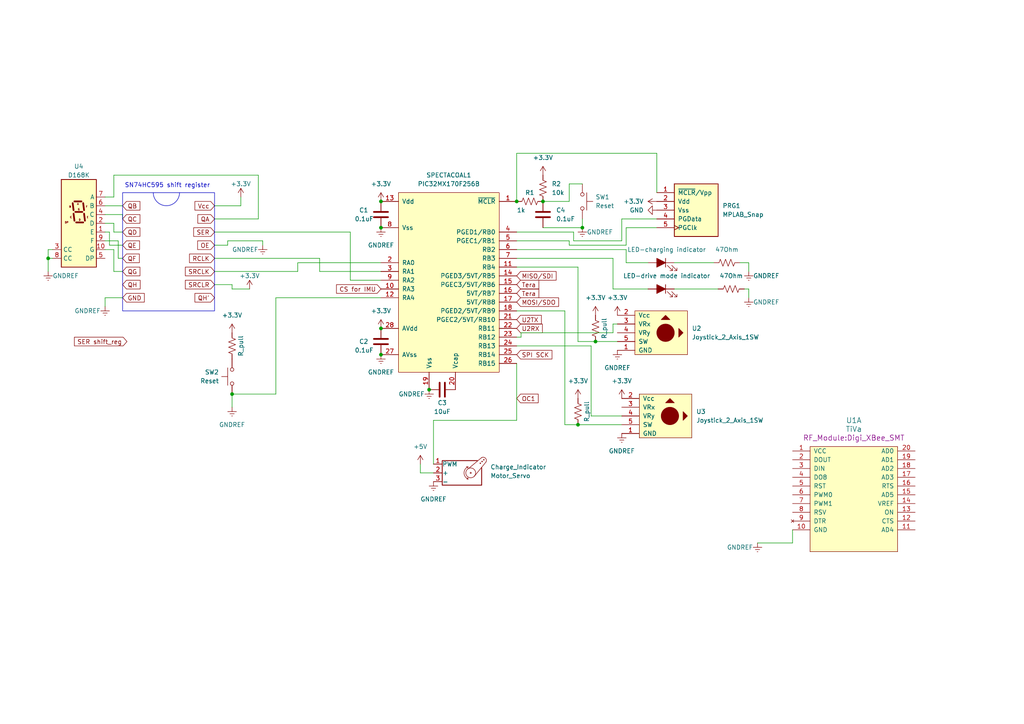
<source format=kicad_sch>
(kicad_sch (version 20230121) (generator eeschema)
  (paper "A4")
  (lib_symbols
    (symbol "Display_Character:D168K"
      (property "Reference" "U" (at -2.54 13.97 0))
      (property "Value" "D168K" (at 1.27 13.97 0))
      (symbol "D168K_0_0"
        (text "A" (at 0.254 5.588 0) (effects (font (size 0.508 0.508))))
        (text "B" (at 2.54 4.826 0) (effects (font (size 0.508 0.508))))
        (text "C" (at 2.286 1.778 0) (effects (font (size 0.508 0.508))))
        (text "D" (at -0.254 1.016 0) (effects (font (size 0.508 0.508))))
        (text "DP" (at 3.556 0.254 0) (effects (font (size 0.508 0.508))))
        (text "E" (at -2.54 1.778 0) (effects (font (size 0.508 0.508))))
        (text "F" (at -2.286 4.826 0) (effects (font (size 0.508 0.508))))
        (text "G" (at 0 4.064 0) (effects (font (size 0.508 0.508))))
      )
      (symbol "D168K_0_1"
        (rectangle (start -5.08 12.7) (end 5.08 -12.7) (stroke (width 0.254)) (fill (type background)))
        (polyline (pts (xy -1.524 2.794) (xy -1.778 0.762)) (stroke (width 0.508)))
        (polyline (pts (xy -1.27 0.254) (xy 0.762 0.254)) (stroke (width 0.508)))
        (polyline (pts (xy -1.27 5.842) (xy -1.524 3.81)) (stroke (width 0.508)))
        (polyline (pts (xy -1.016 3.302) (xy 1.016 3.302)) (stroke (width 0.508)))
        (polyline (pts (xy -0.762 6.35) (xy 1.27 6.35)) (stroke (width 0.508)))
        (polyline (pts (xy 1.524 2.794) (xy 1.27 0.762)) (stroke (width 0.508)))
        (polyline (pts (xy 1.778 5.842) (xy 1.524 3.81)) (stroke (width 0.508)))
        (polyline (pts (xy 2.54 0.254) (xy 2.54 0.254)) (stroke (width 0.508)))
      )
      (symbol "D168K_1_1"
        (pin input line (at -7.62 -2.54 0) (length 2.54) (name "E") (number "1"))
        (pin input line (at -7.62 -7.62 0) (length 2.54) (name "G") (number "10"))
        (pin input line (at -7.62 0 0) (length 2.54) (name "D") (number "2"))
        (pin input line (at 7.62 -7.62 180) (length 2.54) (name "CC") (number "3"))
        (pin input line (at -7.62 2.54 0) (length 2.54) (name "C") (number "4"))
        (pin input line (at -7.62 -10.16 0) (length 2.54) (name "DP") (number "5"))
        (pin input line (at -7.62 5.08 0) (length 2.54) (name "B") (number "6"))
        (pin input line (at -7.62 7.62 0) (length 2.54) (name "A") (number "7"))
        (pin input line (at 7.62 -10.16 180) (length 2.54) (name "CC") (number "8"))
        (pin input line (at -7.62 -5.08 0) (length 2.54) (name "F") (number "9"))
      )
    )
    (symbol "ME218_BaseLib:Cap" (pin_numbers hide) (pin_names (offset 0.254))
      (property "Reference" "C" (at 0.635 2.54 0))
      (property "Value" "Cap" (at 0.635 -2.54 0))
      (symbol "Cap_0_1"
        (polyline (pts (xy -2.032 -0.762) (xy 2.032 -0.762)) (stroke (width 0.508)))
        (polyline (pts (xy -2.032 0.762) (xy 2.032 0.762)) (stroke (width 0.508)))
      )
      (symbol "Cap_1_1"
        (pin passive line (at 0 3.81 270) (length 2.794) (name "~") (number "1"))
        (pin passive line (at 0 -3.81 90) (length 2.794) (name "~") (number "2"))
      )
    )
    (symbol "ME218_BaseLib:Joystick_2_Axis_1SW" (pin_names (offset 1.016))
      (property "Reference" "U" (at -7.62 6.35 0))
      (property "Value" "Joystick_2_Axis_1SW" (at -1.27 -8.89 0))
      (symbol "Joystick_2_Axis_1SW_0_1"
        (rectangle (start -8.89 5.08) (end 6.35 -7.62) (fill (type background)))
        (circle (center 0 -1.27) (radius 2.54) (fill (type outline)))
        (polyline (pts (xy 0 2.54) (xy -1.27 2.54) (xy 0 3.81) (xy 1.27 2.54) (xy 0 2.54)) (fill (type outline)))
        (polyline (pts (xy 3.81 -1.27) (xy 3.81 0) (xy 5.08 -1.27) (xy 3.81 -2.54) (xy 3.81 -1.27)) (fill (type outline)))
      )
      (symbol "Joystick_2_Axis_1SW_1_1"
        (pin power_in line (at -13.97 -6.35 0) (length 5.08) (name "GND") (number "1"))
        (pin power_in line (at -13.97 3.81 0) (length 5.08) (name "Vcc") (number "2"))
        (pin input line (at -13.97 1.27 0) (length 5.08) (name "VRx") (number "3"))
        (pin input line (at -13.97 -1.27 0) (length 5.08) (name "VRy") (number "4"))
        (pin input line (at -13.97 -3.81 0) (length 5.08) (name "SW") (number "5"))
      )
    )
    (symbol "ME218_BaseLib:LED" (pin_numbers hide) (pin_names (offset 1.016) hide)
      (property "Reference" "D" (at 0 2.54 0))
      (property "Value" "LED" (at 0 -2.54 0))
      (symbol "LED_0_1"
        (polyline (pts (xy -1.27 -1.27) (xy -1.27 1.27)) (stroke (width 0.2032)))
        (polyline (pts (xy -1.27 0) (xy 1.27 0)))
        (polyline (pts (xy 1.27 -1.27) (xy 1.27 1.27) (xy -1.27 0) (xy 1.27 -1.27)) (stroke (width 0.2032)) (fill (type outline)))
        (polyline (pts (xy -3.048 -0.762) (xy -4.572 -2.286) (xy -3.81 -2.286) (xy -4.572 -2.286) (xy -4.572 -1.524)))
        (polyline (pts (xy -1.778 -0.762) (xy -3.302 -2.286) (xy -2.54 -2.286) (xy -3.302 -2.286) (xy -3.302 -1.524)))
      )
      (symbol "LED_1_1"
        (pin passive line (at -3.81 0 0) (length 2.54) (name "K") (number "1"))
        (pin passive line (at 3.81 0 180) (length 2.54) (name "A") (number "2"))
      )
    )
    (symbol "ME218_BaseLib:MPLAB_Snap" (pin_names (offset 1.016))
      (property "Reference" "PRG" (at 0 8.89 0))
      (property "Value" "MPLAB_Snap" (at 8.89 1.27 90))
      (symbol "MPLAB_Snap_0_1"
        (rectangle (start -6.35 7.62) (end 6.35 -7.62) (stroke (width 0.254)) (fill (type background)))
      )
      (symbol "MPLAB_Snap_1_1"
        (pin output line (at -11.43 5.08 0) (length 5.08) (name "~{MCLR}/Vpp") (number "1"))
        (pin input line (at -11.43 2.54 0) (length 5.08) (name "Vdd") (number "2"))
        (pin input line (at -11.43 0 0) (length 5.08) (name "Vss") (number "3"))
        (pin bidirectional line (at -11.43 -2.54 0) (length 5.08) (name "PGData") (number "4"))
        (pin output clock (at -11.43 -5.08 0) (length 5.08) (name "PGClk") (number "5"))
        (pin no_connect line (at -2.54 -11.43 0) (length 5.08) hide (name "NC") (number "6"))
        (pin no_connect line (at -2.54 -13.97 0) (length 5.08) hide (name "NC") (number "7"))
        (pin no_connect line (at -2.54 -16.51 0) (length 5.08) hide (name "NC") (number "8"))
      )
    )
    (symbol "ME218_BaseLib:Motor_Servo" (pin_names (offset 0.0254))
      (property "Reference" "M" (at -5.08 4.445 0))
      (property "Value" "Motor_Servo" (at -5.08 -4.064 0))
      (symbol "Motor_Servo_0_1"
        (polyline (pts (xy 2.413 -1.778) (xy 2.032 -1.778)))
        (polyline (pts (xy 2.413 -1.778) (xy 2.286 -1.397)))
        (polyline (pts (xy 2.413 1.778) (xy 1.905 1.778)))
        (polyline (pts (xy 2.413 1.778) (xy 2.286 1.397)))
        (polyline (pts (xy 6.35 4.445) (xy 2.54 1.27)))
        (polyline (pts (xy 7.62 3.175) (xy 4.191 -1.016)))
        (polyline (pts (xy 5.08 3.556) (xy -5.08 3.556) (xy -5.08 -3.556) (xy 6.35 -3.556) (xy 6.35 1.524)) (stroke (width 0.254)))
        (arc (start 2.413 1.778) (mid 1.2406 0) (end 2.413 -1.778))
        (circle (center 3.175 0) (radius 0.1778))
        (circle (center 3.175 0) (radius 1.4224))
        (circle (center 5.969 2.794) (radius 0.127))
        (circle (center 6.477 3.302) (radius 0.127))
        (circle (center 6.985 3.81) (radius 0.127))
        (arc (start 7.62 3.175) (mid 7.4485 4.2735) (end 6.35 4.445))
      )
      (symbol "Motor_Servo_1_1"
        (pin passive line (at -7.62 2.54 0) (length 2.54) (name "PWM") (number "1"))
        (pin passive line (at -7.62 0 0) (length 2.54) (name "+") (number "2"))
        (pin passive line (at -7.62 -2.54 0) (length 2.54) (name "-") (number "3"))
      )
    )
    (symbol "ME218_BaseLib:PIC32MX170F256B" (pin_names (offset 1.016))
      (property "Reference" "U" (at -20.32 25.4 0))
      (property "Value" "PIC32MX170F256B" (at -7.62 25.4 0))
      (symbol "PIC32MX170F256B_0_1"
        (rectangle (start -21.59 24.13) (end 7.62 -27.94) (fill (type background)))
      )
      (symbol "PIC32MX170F256B_1_1"
        (pin input line (at 12.7 21.59 180) (length 5.08) (name "~{MCLR}") (number "1"))
        (pin bidirectional line (at -26.67 -3.81 0) (length 5.08) (name "RA3") (number "10"))
        (pin bidirectional line (at 12.7 2.54 180) (length 5.08) (name "RB4") (number "11"))
        (pin bidirectional line (at -26.67 -6.35 0) (length 5.08) (name "RA4") (number "12"))
        (pin power_in line (at -26.67 21.59 0) (length 5.08) (name "Vdd") (number "13"))
        (pin bidirectional line (at 12.7 0 180) (length 5.08) (name "PGED3/5VT/RB5") (number "14"))
        (pin bidirectional line (at 12.7 -2.54 180) (length 5.08) (name "PGEC3/5VT/RB6") (number "15"))
        (pin bidirectional line (at 12.7 -5.08 180) (length 5.08) (name "5VT/RB7") (number "16"))
        (pin bidirectional line (at 12.7 -7.62 180) (length 5.08) (name "5VT/RB8") (number "17"))
        (pin bidirectional line (at 12.7 -10.16 180) (length 5.08) (name "PGED2/5VT/RB9") (number "18"))
        (pin power_in line (at -12.7 -33.02 90) (length 5.08) (name "Vss") (number "19"))
        (pin bidirectional line (at -26.67 3.81 0) (length 5.08) (name "RA0") (number "2"))
        (pin input line (at -5.08 -33.02 90) (length 5.08) (name "Vcap") (number "20"))
        (pin bidirectional line (at 12.7 -12.7 180) (length 5.08) (name "PGEC2/5VT/RB10") (number "21"))
        (pin bidirectional line (at 12.7 -15.24 180) (length 5.08) (name "RB11") (number "22"))
        (pin bidirectional line (at 12.7 -17.78 180) (length 5.08) (name "RB12") (number "23"))
        (pin bidirectional line (at 12.7 -20.32 180) (length 5.08) (name "RB13") (number "24"))
        (pin bidirectional line (at 12.7 -22.86 180) (length 5.08) (name "RB14") (number "25"))
        (pin bidirectional line (at 12.7 -25.4 180) (length 5.08) (name "RB15") (number "26"))
        (pin power_in line (at -26.67 -22.86 0) (length 5.08) (name "AVss") (number "27"))
        (pin power_in line (at -26.67 -15.24 0) (length 5.08) (name "AVdd") (number "28"))
        (pin bidirectional line (at -26.67 1.27 0) (length 5.08) (name "RA1") (number "3"))
        (pin bidirectional line (at 12.7 12.7 180) (length 5.08) (name "PGED1/RB0") (number "4"))
        (pin bidirectional line (at 12.7 10.16 180) (length 5.08) (name "PGEC1/RB1") (number "5"))
        (pin bidirectional line (at 12.7 7.62 180) (length 5.08) (name "RB2") (number "6"))
        (pin bidirectional line (at 12.7 5.08 180) (length 5.08) (name "RB3") (number "7"))
        (pin power_in line (at -26.67 13.97 0) (length 5.08) (name "Vss") (number "8"))
        (pin bidirectional line (at -26.67 -1.27 0) (length 5.08) (name "RA2") (number "9"))
      )
    )
    (symbol "ME218_BaseLib:Res1" (pin_numbers hide) (pin_names (offset 0))
      (property "Reference" "R" (at 2.54 0 90))
      (property "Value" "Res1" (at -2.54 0 90))
      (symbol "Res1_0_1"
        (polyline (pts (xy 0 -2.286) (xy 0 -2.54)))
        (polyline (pts (xy 0 2.286) (xy 0 2.54)))
        (polyline (pts (xy 0 -0.762) (xy 1.016 -1.143) (xy 0 -1.524) (xy -1.016 -1.905) (xy 0 -2.286)))
        (polyline (pts (xy 0 0.762) (xy 1.016 0.381) (xy 0 0) (xy -1.016 -0.381) (xy 0 -0.762)))
        (polyline (pts (xy 0 2.286) (xy 1.016 1.905) (xy 0 1.524) (xy -1.016 1.143) (xy 0 0.762)))
      )
      (symbol "Res1_1_1"
        (pin passive line (at 0 3.81 270) (length 1.27) (name "~") (number "1"))
        (pin passive line (at 0 -3.81 90) (length 1.27) (name "~") (number "2"))
      )
    )
    (symbol "ME218_BaseLib:SW-PB" (pin_numbers hide) (pin_names (offset 1.016) hide)
      (property "Reference" "SW" (at 1.27 2.54 0))
      (property "Value" "SW-PB" (at 0 -1.524 0))
      (symbol "SW-PB_0_1"
        (circle (center -2.032 0) (radius 0.508))
        (polyline (pts (xy 0 1.27) (xy 0 3.048)))
        (polyline (pts (xy 2.54 1.27) (xy -2.54 1.27)))
        (circle (center 2.032 0) (radius 0.508))
        (pin passive line (at -5.08 0 0) (length 2.54) (name "1") (number "1"))
        (pin passive line (at 5.08 0 180) (length 2.54) (name "2") (number "2"))
      )
    )
    (symbol "TiVa_1" (pin_names (offset 1.016))
      (property "Reference" "U3" (at 0 24.13 0))
      (property "Value" "TiVa" (at 0 21.59 0))
      (property "Footprint" "RF_Module:Digi_XBee_SMT" (at 0 19.05 0))
      (symbol "TiVa_1_0_1"
        (rectangle (start -12.7 16.51) (end 12.7 -13.97) (fill (type background)))
      )
      (symbol "TiVa_1_1_1"
        (pin tri_state line (at -17.78 15.24 0) (length 5.08) (name "VCC") (number "1"))
        (pin power_out line (at -17.78 -7.62 0) (length 5.08) (name "GND") (number "10"))
        (pin tri_state line (at 17.78 -7.62 180) (length 5.08) (name "AD4") (number "11"))
        (pin tri_state line (at 17.78 -5.08 180) (length 5.08) (name "CTS") (number "12"))
        (pin tri_state line (at 17.78 -2.54 180) (length 5.08) (name "ON") (number "13"))
        (pin tri_state line (at 17.78 0 180) (length 5.08) (name "VREF") (number "14"))
        (pin tri_state line (at 17.78 2.54 180) (length 5.08) (name "AD5") (number "15"))
        (pin tri_state line (at 17.78 5.08 180) (length 5.08) (name "RTS") (number "16"))
        (pin tri_state line (at 17.78 7.62 180) (length 5.08) (name "AD3") (number "17"))
        (pin tri_state line (at 17.78 10.16 180) (length 5.08) (name "AD2") (number "18"))
        (pin tri_state line (at 17.78 12.7 180) (length 5.08) (name "AD1") (number "19"))
        (pin tri_state line (at -17.78 12.7 0) (length 5.08) (name "DOUT") (number "2"))
        (pin tri_state line (at 17.78 15.24 180) (length 5.08) (name "AD0") (number "20"))
        (pin tri_state line (at -17.78 10.16 0) (length 5.08) (name "DIN") (number "3"))
        (pin tri_state line (at -17.78 7.62 0) (length 5.08) (name "DO8") (number "4"))
        (pin tri_state line (at -17.78 5.08 0) (length 5.08) (name "RST") (number "5"))
        (pin tri_state line (at -17.78 2.54 0) (length 5.08) (name "PWM0") (number "6"))
        (pin tri_state line (at -17.78 0 0) (length 5.08) (name "PWM1") (number "7"))
        (pin tri_state line (at -17.78 -2.54 0) (length 5.08) (name "RSV") (number "8"))
        (pin no_connect line (at -17.78 -5.08 0) (length 5.08) (name "DTR") (number "9"))
      )
      (symbol "TiVa_1_2_1"
        (pin no_connect line (at -17.78 15.24 0) (length 5.08) (name "NC") (number "1"))
        (pin power_out line (at -17.78 -7.62 0) (length 5.08) (name "PF3") (number "10"))
        (pin tri_state line (at -17.78 -10.16 0) (length 5.08) (name "PF2") (number "11"))
        (pin no_connect line (at -17.78 -12.7 0) (length 5.08) (name "NC") (number "12"))
        (pin no_connect line (at 17.78 -12.7 180) (length 5.08) (name "NC") (number "13"))
        (pin tri_state line (at 17.78 -10.16 180) (length 5.08) (name "PF1") (number "14"))
        (pin tri_state line (at 17.78 -7.62 180) (length 5.08) (name "PF0") (number "15"))
        (pin tri_state line (at 17.78 -5.08 180) (length 5.08) (name "PD7") (number "16"))
        (pin tri_state line (at 17.78 -2.54 180) (length 5.08) (name "PD6") (number "17"))
        (pin no_connect line (at 17.78 0 180) (length 5.08) (name "NC") (number "18"))
        (pin no_connect line (at 17.78 2.54 180) (length 5.08) (name "NC") (number "19"))
        (pin power_in line (at -17.78 12.7 0) (length 5.08) (name "GND") (number "2"))
        (pin no_connect line (at 17.78 15.24 180) (length 5.08) (name "NC") (number "20"))
        (pin tri_state line (at 17.78 5.08 180) (length 5.08) (name "PD3") (number "20"))
        (pin tri_state line (at 17.78 7.62 180) (length 5.08) (name "PD2") (number "21"))
        (pin tri_state line (at 17.78 10.16 180) (length 5.08) (name "PD1") (number "22"))
        (pin tri_state line (at 17.78 12.7 180) (length 5.08) (name "PD0") (number "23"))
        (pin tri_state line (at -17.78 10.16 0) (length 5.08) (name "PE0") (number "3"))
        (pin tri_state line (at -17.78 7.62 0) (length 5.08) (name "PE1") (number "4"))
        (pin tri_state line (at -17.78 5.08 0) (length 5.08) (name "PE2") (number "5"))
        (pin tri_state line (at -17.78 2.54 0) (length 5.08) (name "PE3") (number "6"))
        (pin tri_state line (at -17.78 0 0) (length 5.08) (name "PE4") (number "7"))
        (pin tri_state line (at -17.78 -2.54 0) (length 5.08) (name "PE5") (number "8"))
        (pin tri_state line (at -17.78 -5.08 0) (length 5.08) (name "PF4") (number "9"))
      )
    )
    (symbol "power:+3.3V" (power) (pin_names (offset 0))
      (property "Value" "+3.3V" (at 0 3.556 0))
      (symbol "+3.3V_0_1"
        (polyline (pts (xy -0.762 1.27) (xy 0 2.54)))
        (polyline (pts (xy 0 0) (xy 0 2.54)))
        (polyline (pts (xy 0 2.54) (xy 0.762 1.27)))
      )
      (symbol "+3.3V_1_1"
        (pin power_in line (at 0 0 90) (length 0) hide (name "+3.3V") (number "1"))
      )
    )
    (symbol "power:+5V" (power) (pin_names (offset 0))
      (property "Value" "+5V" (at 0 3.556 0))
      (symbol "+5V_0_1"
        (polyline (pts (xy -0.762 1.27) (xy 0 2.54)))
        (polyline (pts (xy 0 0) (xy 0 2.54)))
        (polyline (pts (xy 0 2.54) (xy 0.762 1.27)))
      )
      (symbol "+5V_1_1"
        (pin power_in line (at 0 0 90) (length 0) hide (name "+5V") (number "1"))
      )
    )
    (symbol "power:GND" (power) (pin_names (offset 0))
      (property "Value" "GND" (at 0 -3.81 0))
      (symbol "GND_0_1"
        (polyline (pts (xy 0 0) (xy 0 -1.27) (xy 1.27 -1.27) (xy 0 -2.54) (xy -1.27 -1.27) (xy 0 -1.27)))
      )
      (symbol "GND_1_1"
        (pin power_in line (at 0 0 270) (length 0) hide (name "GND") (number "1"))
      )
    )
    (symbol "power:GNDREF" (power) (pin_names (offset 0))
      (property "Value" "GNDREF" (at 0 -3.81 0))
      (symbol "GNDREF_0_1"
        (polyline (pts (xy -0.635 -1.905) (xy 0.635 -1.905)))
        (polyline (pts (xy -0.127 -2.54) (xy 0.127 -2.54)))
        (polyline (pts (xy 0 -1.27) (xy 0 0)))
        (polyline (pts (xy 1.27 -1.27) (xy -1.27 -1.27)))
      )
      (symbol "GNDREF_1_1"
        (pin power_in line (at 0 0 270) (length 0) hide (name "GNDREF") (number "1"))
      )
    )
  )
  (junction (at 110.49 95.25))
  (junction (at 172.72 99.06))
  (junction (at 167.64 123.19))
  (junction (at 149.86 58.42))
  (junction (at 110.49 102.87))
  (junction (at 110.49 66.04))
  (junction (at 124.46 113.03))
  (junction (at 110.49 58.42))
  (junction (at 168.91 66.04))
  (junction (at 67.31 114.3))
  (junction (at 157.48 58.42))
  (junction (at 13.97 74.93))
  (wire (pts (xy 34.29 74.93) (xy 35.56 74.93)))
  (wire (pts (xy 171.45 100.33) (xy 171.45 120.65)))
  (wire (pts (xy 31.75 67.31) (xy 31.75 71.12)))
  (wire (pts (xy 35.56 62.23) (xy 35.56 63.5)))
  (wire (pts (xy 181.61 71.12) (xy 181.61 66.04)))
  (wire (pts (xy 172.72 99.06) (xy 167.64 99.06)))
  (wire (pts (xy 30.48 69.85) (xy 34.29 69.85)))
  (wire (pts (xy 167.64 123.19) (xy 163.83 123.19)))
  (wire (pts (xy 33.02 67.31) (xy 35.56 67.31)))
  (wire (pts (xy 180.34 123.19) (xy 167.64 123.19)))
  (wire (pts (xy 125.73 121.92) (xy 125.73 134.62)))
  (wire (pts (xy 67.31 82.55) (xy 67.31 83.82)))
  (wire (pts (xy 74.93 63.5) (xy 62.23 63.5)))
  (wire (pts (xy 157.48 58.42) (xy 165.1 58.42)))
  (wire (pts (xy 151.13 96.52) (xy 177.8 96.52)))
  (wire (pts (xy 30.48 62.23) (xy 35.56 62.23)))
  (wire (pts (xy 92.71 74.93) (xy 92.71 78.74)))
  (wire (pts (xy 67.31 83.82) (xy 72.39 83.82)))
  (wire (pts (xy 101.6 81.28) (xy 110.49 81.28)))
  (wire (pts (xy 166.37 67.31) (xy 166.37 69.85)))
  (wire (pts (xy 163.83 90.17) (xy 149.86 90.17)))
  (wire (pts (xy 69.85 59.69) (xy 69.85 57.15)))
  (wire (pts (xy 62.23 78.74) (xy 86.36 78.74)))
  (wire (pts (xy 229.87 153.67) (xy 229.87 157.48)))
  (wire (pts (xy 67.31 114.3) (xy 80.01 114.3)))
  (wire (pts (xy 92.71 78.74) (xy 110.49 78.74)))
  (wire (pts (xy 208.28 83.82) (xy 195.58 83.82)))
  (wire (pts (xy 229.87 157.48) (xy 219.71 157.48)))
  (wire (pts (xy 62.23 67.31) (xy 101.6 67.31)))
  (wire (pts (xy 33.02 57.15) (xy 33.02 50.8)))
  (wire (pts (xy 149.86 44.45) (xy 190.5 44.45)))
  (wire (pts (xy 151.13 96.52) (xy 151.13 97.79)))
  (wire (pts (xy 30.48 72.39) (xy 33.02 72.39)))
  (wire (pts (xy 34.29 69.85) (xy 34.29 74.93)))
  (wire (pts (xy 33.02 50.8) (xy 74.93 50.8)))
  (wire (pts (xy 181.61 76.2) (xy 181.61 72.39)))
  (wire (pts (xy 67.31 114.3) (xy 67.31 118.11)))
  (wire (pts (xy 86.36 78.74) (xy 86.36 76.2)))
  (wire (pts (xy 177.8 83.82) (xy 187.96 83.82)))
  (wire (pts (xy 30.48 59.69) (xy 35.56 59.69)))
  (wire (pts (xy 62.23 59.69) (xy 69.85 59.69)))
  (wire (pts (xy 13.97 72.39) (xy 13.97 74.93)))
  (wire (pts (xy 74.93 50.8) (xy 74.93 63.5)))
  (wire (pts (xy 30.48 67.31) (xy 31.75 67.31)))
  (wire (pts (xy 76.2 69.85) (xy 76.2 71.12)))
  (wire (pts (xy 187.96 76.2) (xy 181.61 76.2)))
  (wire (pts (xy 177.8 74.93) (xy 177.8 83.82)))
  (wire (pts (xy 167.64 77.47) (xy 149.86 77.47)))
  (wire (pts (xy 149.86 69.85) (xy 165.1 69.85)))
  (wire (pts (xy 80.01 114.3) (xy 80.01 86.36)))
  (wire (pts (xy 177.8 93.98) (xy 179.07 93.98)))
  (wire (pts (xy 33.02 64.77) (xy 33.02 67.31)))
  (wire (pts (xy 163.83 123.19) (xy 163.83 90.17)))
  (wire (pts (xy 62.23 71.12) (xy 66.04 71.12)))
  (wire (pts (xy 166.37 69.85) (xy 180.34 69.85)))
  (wire (pts (xy 180.34 69.85) (xy 180.34 63.5)))
  (wire (pts (xy 217.17 76.2) (xy 214.63 76.2)))
  (wire (pts (xy 149.86 100.33) (xy 171.45 100.33)))
  (wire (pts (xy 62.23 74.93) (xy 92.71 74.93)))
  (wire (pts (xy 13.97 74.93) (xy 13.97 78.74)))
  (wire (pts (xy 66.04 69.85) (xy 76.2 69.85)))
  (wire (pts (xy 179.07 99.06) (xy 172.72 99.06)))
  (wire (pts (xy 168.91 63.5) (xy 168.91 66.04)))
  (wire (pts (xy 31.75 71.12) (xy 35.56 71.12)))
  (wire (pts (xy 217.17 83.82) (xy 215.9 83.82)))
  (wire (pts (xy 165.1 69.85) (xy 165.1 71.12)))
  (wire (pts (xy 181.61 72.39) (xy 149.86 72.39)))
  (wire (pts (xy 165.1 53.34) (xy 168.91 53.34)))
  (wire (pts (xy 167.64 99.06) (xy 167.64 77.47)))
  (wire (pts (xy 15.24 74.93) (xy 13.97 74.93)))
  (wire (pts (xy 149.86 74.93) (xy 177.8 74.93)))
  (wire (pts (xy 66.04 71.12) (xy 66.04 69.85)))
  (wire (pts (xy 181.61 66.04) (xy 190.5 66.04)))
  (wire (pts (xy 15.24 72.39) (xy 13.97 72.39)))
  (wire (pts (xy 157.48 66.04) (xy 168.91 66.04)))
  (wire (pts (xy 149.86 121.92) (xy 125.73 121.92)))
  (wire (pts (xy 151.13 97.79) (xy 149.86 97.79)))
  (wire (pts (xy 121.92 137.16) (xy 125.73 137.16)))
  (wire (pts (xy 149.86 105.41) (xy 149.86 121.92)))
  (wire (pts (xy 165.1 58.42) (xy 165.1 53.34)))
  (wire (pts (xy 149.86 58.42) (xy 149.86 44.45)))
  (wire (pts (xy 190.5 44.45) (xy 190.5 55.88)))
  (wire (pts (xy 217.17 76.2) (xy 217.17 78.74)))
  (wire (pts (xy 165.1 71.12) (xy 181.61 71.12)))
  (wire (pts (xy 33.02 78.74) (xy 35.56 78.74)))
  (wire (pts (xy 62.23 82.55) (xy 67.31 82.55)))
  (wire (pts (xy 80.01 86.36) (xy 110.49 86.36)))
  (wire (pts (xy 149.86 67.31) (xy 166.37 67.31)))
  (wire (pts (xy 121.92 134.62) (xy 121.92 137.16)))
  (wire (pts (xy 86.36 76.2) (xy 110.49 76.2)))
  (wire (pts (xy 171.45 120.65) (xy 180.34 120.65)))
  (wire (pts (xy 180.34 63.5) (xy 190.5 63.5)))
  (wire (pts (xy 30.48 64.77) (xy 33.02 64.77)))
  (wire (pts (xy 207.01 76.2) (xy 195.58 76.2)))
  (wire (pts (xy 30.48 88.9) (xy 30.48 86.36)))
  (wire (pts (xy 217.17 83.82) (xy 217.17 86.36)))
  (wire (pts (xy 101.6 67.31) (xy 101.6 81.28)))
  (wire (pts (xy 30.48 57.15) (xy 33.02 57.15)))
  (wire (pts (xy 33.02 72.39) (xy 33.02 78.74)))
  (wire (pts (xy 177.8 96.52) (xy 177.8 93.98)))
  (wire (pts (xy 30.48 86.36) (xy 35.56 86.36)))
  (arc (start 52.07 55.88) (mid 48.26 59.6625) (end 44.45 55.88))
  (rectangle (start 35.56 55.88) (end 62.23 90.17))
  (text "SN74HC595 shift register" (at 60.96 54.61 0) (effects (font (size 1.27 1.27)) (justify right bottom)))
  (global_label "QE" (shape input) (at 35.56 71.12 0) (property "Intersheetrefs" "${INTERSHEET_REFS}" (effects hide)))
  (global_label "OC1" (shape input) (at 149.86 115.57 0) (property "Intersheetrefs" "${INTERSHEET_REFS}" (effects hide)))
  (global_label "CS for IMU" (shape input) (at 110.49 83.82 180) (property "Intersheetrefs" "${INTERSHEET_REFS}" (effects hide)))
  (global_label "SER shift_reg" (shape input) (at 36.83 99.06 180) (property "Intersheetrefs" "${INTERSHEET_REFS}" (effects hide)))
  (global_label "GND" (shape input) (at 35.56 86.36 0) (property "Intersheetrefs" "${INTERSHEET_REFS}" (effects hide)))
  (global_label "SRCLR" (shape input) (at 62.23 82.55 180) (property "Intersheetrefs" "${INTERSHEET_REFS}" (effects hide)))
  (global_label "Vcc" (shape input) (at 62.23 59.69 180) (property "Intersheetrefs" "${INTERSHEET_REFS}" (effects hide)))
  (global_label "Tera" (shape input) (at 149.86 85.09 0) (property "Intersheetrefs" "${INTERSHEET_REFS}" (effects hide)))
  (global_label "QC" (shape input) (at 35.56 63.5 0) (property "Intersheetrefs" "${INTERSHEET_REFS}" (effects hide)))
  (global_label "SPI SCK" (shape input) (at 149.86 102.87 0) (property "Intersheetrefs" "${INTERSHEET_REFS}" (effects hide)))
  (global_label "SRCLK" (shape input) (at 62.23 78.74 180) (property "Intersheetrefs" "${INTERSHEET_REFS}" (effects hide)))
  (global_label "QH'" (shape input) (at 62.23 86.36 180) (property "Intersheetrefs" "${INTERSHEET_REFS}" (effects hide)))
  (global_label "SER" (shape input) (at 62.23 67.31 180) (property "Intersheetrefs" "${INTERSHEET_REFS}" (effects hide)))
  (global_label "QA" (shape input) (at 62.23 63.5 180) (property "Intersheetrefs" "${INTERSHEET_REFS}" (effects hide)))
  (global_label "QB" (shape input) (at 35.56 59.69 0) (property "Intersheetrefs" "${INTERSHEET_REFS}" (effects hide)))
  (global_label "U2TX" (shape input) (at 149.86 92.71 0) (property "Intersheetrefs" "${INTERSHEET_REFS}" (effects hide)))
  (global_label "QH" (shape input) (at 35.56 82.55 0) (property "Intersheetrefs" "${INTERSHEET_REFS}" (effects hide)))
  (global_label "RCLK" (shape input) (at 62.23 74.93 180) (property "Intersheetrefs" "${INTERSHEET_REFS}" (effects hide)))
  (global_label "QF" (shape input) (at 35.56 74.93 0) (property "Intersheetrefs" "${INTERSHEET_REFS}" (effects hide)))
  (global_label "OE" (shape input) (at 62.23 71.12 180) (property "Intersheetrefs" "${INTERSHEET_REFS}" (effects hide)))
  (global_label "QG" (shape input) (at 35.56 78.74 0) (property "Intersheetrefs" "${INTERSHEET_REFS}" (effects hide)))
  (global_label "U2RX" (shape input) (at 149.86 95.25 0) (property "Intersheetrefs" "${INTERSHEET_REFS}" (effects hide)))
  (global_label "Tera" (shape input) (at 149.86 82.55 0) (property "Intersheetrefs" "${INTERSHEET_REFS}" (effects hide)))
  (global_label "MISO{slash}SDI" (shape input) (at 149.86 80.01 0) (property "Intersheetrefs" "${INTERSHEET_REFS}" (effects hide)))
  (global_label "MOSI{slash}SDO" (shape input) (at 149.86 87.63 0) (property "Intersheetrefs" "${INTERSHEET_REFS}" (effects hide)))
  (global_label "QD" (shape input) (at 35.56 67.31 0) (property "Intersheetrefs" "${INTERSHEET_REFS}" (effects hide)))
  (symbol (lib_id "power:+5V") (at 121.92 134.62 0) (unit 1)
    (property "Reference" "#PWR015" (effects hide))
    (property "Value" "+5V" (at 121.92 129.54 0))
  )
  (symbol (lib_id "ME218_BaseLib:PIC32MX170F256B") (at 137.16 80.01 0) (unit 1)
    (property "Reference" "SPECTACOAL1" (at 130.175 50.8 0))
    (property "Value" "PIC32MX170F256B" (at 130.175 53.34 0))
  )
  (symbol (lib_id "ME218_BaseLib:LED") (at 191.77 76.2 0) (mirror y) (unit 1)
    (property "Reference" "D1" (effects hide))
    (property "Value" "LED-charging indicator" (at 193.3702 72.39 0))
  )
  (symbol (lib_id "power:+3.3V") (at 180.34 115.57 0) (unit 1)
    (property "Reference" "#PWR013" (effects hide))
    (property "Value" "+3.3V" (at 180.34 110.49 0))
  )
  (symbol (lib_id "Display_Character:D168K") (at 22.86 64.77 0) (mirror y) (unit 1)
    (property "Reference" "U4" (at 22.86 48.26 0))
    (property "Value" "D168K" (at 22.86 50.8 0))
    (property "Footprint" "Display_7Segment:D1X8K" (effects hide))
    (property "Datasheet" "https://ia800903.us.archive.org/24/items/CTKD1x8K/Cromatek%20D168K.pdf" (effects hide))
  )
  (symbol (lib_id "power:+3.3V") (at 110.49 95.25 0) (unit 1)
    (property "Reference" "#PWR03" (effects hide))
    (property "Value" "+3.3V" (at 110.49 90.17 0))
  )
  (symbol (lib_id "ME218_BaseLib:Joystick_2_Axis_1SW") (at 194.31 119.38 0) (unit 1)
    (property "Reference" "U3" (at 201.93 119.38 0) (effects (justify left)))
    (property "Value" "Joystick_2_Axis_1SW" (at 201.93 121.92 0) (effects (justify left)))
  )
  (symbol (lib_name "TiVa_1") (lib_id "ME218_BaseLib:TiVa") (at 247.65 146.05 0) (unit 1)
    (property "Reference" "U1" (at 247.65 121.92 0) (effects (font (size 1.524 1.524))))
    (property "Value" "TiVa" (at 247.65 124.46 0) (effects (font (size 1.524 1.524))))
    (property "Footprint" "RF_Module:Digi_XBee_SMT" (at 247.65 127 0) (effects (font (size 1.524 1.524))))
  )
  (symbol (lib_id "ME218_BaseLib:Motor_Servo") (at 133.35 137.16 0) (unit 1)
    (property "Reference" "Charge_Indicator" (at 142.24 135.4566 0) (effects (justify left)))
    (property "Value" "Motor_Servo" (at 142.24 137.9966 0) (effects (justify left)))
  )
  (symbol (lib_id "power:GND") (at 190.5 60.96 270) (unit 1)
    (property "Reference" "#PWR09" (effects hide))
    (property "Value" "GND" (at 186.69 60.96 90) (effects (justify right)))
  )
  (symbol (lib_id "ME218_BaseLib:Res1") (at 157.48 54.61 0) (unit 1)
    (property "Reference" "R2" (at 160.02 53.34 0) (effects (justify left)))
    (property "Value" "10k" (at 160.02 55.88 0) (effects (justify left)))
  )
  (symbol (lib_id "power:+3.3V") (at 172.72 91.44 0) (unit 1)
    (property "Reference" "#PWR027" (effects hide))
    (property "Value" "+3.3V" (at 172.72 86.36 0))
  )
  (symbol (lib_id "power:GNDREF") (at 124.46 113.03 0) (unit 1)
    (property "Reference" "#PWR05" (effects hide))
    (property "Value" "GNDREF" (at 119.38 114.3 0))
  )
  (symbol (lib_id "ME218_BaseLib:Res1") (at 210.82 76.2 90) (unit 1)
    (property "Reference" "R4" (effects hide))
    (property "Value" "47Ohm" (at 210.82 72.39 90))
  )
  (symbol (lib_id "ME218_BaseLib:Cap") (at 128.27 113.03 90) (unit 1)
    (property "Reference" "C3" (at 128.27 116.84 90))
    (property "Value" "10uF" (at 128.27 119.38 90))
  )
  (symbol (lib_id "power:GNDREF") (at 168.91 66.04 0) (unit 1)
    (property "Reference" "#PWR07" (effects hide))
    (property "Value" "GNDREF" (at 173.99 67.31 0))
  )
  (symbol (lib_id "power:GNDREF") (at 67.31 118.11 0) (unit 1)
    (property "Reference" "#PWR018" (effects hide))
    (property "Value" "GNDREF" (at 67.31 123.19 0))
  )
  (symbol (lib_id "ME218_BaseLib:Cap") (at 110.49 62.23 0) (unit 1)
    (property "Reference" "C1" (at 104.14 60.96 0) (effects (justify left)))
    (property "Value" "0.1uF" (at 102.87 63.5 0) (effects (justify left)))
  )
  (symbol (lib_id "ME218_BaseLib:Res1") (at 172.72 95.25 180) (unit 1)
    (property "Reference" "R7" (effects hide))
    (property "Value" "R_pull" (at 175.26 95.25 90))
  )
  (symbol (lib_id "power:+3.3V") (at 110.49 58.42 0) (unit 1)
    (property "Reference" "#PWR01" (effects hide))
    (property "Value" "+3.3V" (at 110.49 53.34 0))
  )
  (symbol (lib_id "power:GNDREF") (at 217.17 78.74 0) (unit 1)
    (property "Reference" "#PWR020" (effects hide))
    (property "Value" "GNDREF" (at 222.25 80.01 0))
  )
  (symbol (lib_id "ME218_BaseLib:Res1") (at 167.64 119.38 180) (unit 1)
    (property "Reference" "R6" (effects hide))
    (property "Value" "R_pull" (at 170.18 119.38 90))
  )
  (symbol (lib_id "power:GNDREF") (at 76.2 71.12 0) (unit 1)
    (property "Reference" "#PWR023" (effects hide))
    (property "Value" "GNDREF" (at 71.12 72.39 0))
  )
  (symbol (lib_id "power:GNDREF") (at 180.34 125.73 0) (unit 1)
    (property "Reference" "#PWR014" (effects hide))
    (property "Value" "GNDREF" (at 180.34 130.81 0))
  )
  (symbol (lib_id "ME218_BaseLib:SW-PB") (at 168.91 58.42 270) (unit 1)
    (property "Reference" "SW1" (at 172.72 57.15 90) (effects (justify left)))
    (property "Value" "Reset" (at 172.72 59.69 90) (effects (justify left)))
  )
  (symbol (lib_id "power:+3.3V") (at 157.48 50.8 0) (unit 1)
    (property "Reference" "#PWR06" (effects hide))
    (property "Value" "+3.3V" (at 157.48 45.72 0))
  )
  (symbol (lib_id "power:GNDREF") (at 13.97 78.74 0) (mirror y) (unit 1)
    (property "Reference" "#PWR025" (effects hide))
    (property "Value" "GNDREF" (at 19.05 80.01 0))
  )
  (symbol (lib_id "power:+3.3V") (at 69.85 57.15 0) (unit 1)
    (property "Reference" "#PWR022" (effects hide))
    (property "Value" "+3.3V" (at 69.85 53.34 0))
  )
  (symbol (lib_id "power:GNDREF") (at 219.71 157.48 0) (unit 1)
    (property "Reference" "#PWR010" (effects hide))
    (property "Value" "GNDREF" (at 214.63 158.75 0))
  )
  (symbol (lib_id "ME218_BaseLib:Res1") (at 212.09 83.82 90) (unit 1)
    (property "Reference" "R5" (effects hide))
    (property "Value" "47Ohm" (at 212.09 80.01 90))
  )
  (symbol (lib_id "power:+3.3V") (at 179.07 91.44 0) (unit 1)
    (property "Reference" "#PWR012" (effects hide))
    (property "Value" "+3.3V" (at 179.07 86.36 0))
  )
  (symbol (lib_id "ME218_BaseLib:Cap") (at 110.49 99.06 0) (unit 1)
    (property "Reference" "C2" (at 104.14 99.06 0) (effects (justify left)))
    (property "Value" "0.1uF" (at 102.87 101.6 0) (effects (justify left)))
  )
  (symbol (lib_id "ME218_BaseLib:Cap") (at 157.48 62.23 0) (unit 1)
    (property "Reference" "C4" (at 161.29 60.96 0) (effects (justify left)))
    (property "Value" "0.1uF" (at 161.29 63.5 0) (effects (justify left)))
  )
  (symbol (lib_id "ME218_BaseLib:LED") (at 191.77 83.82 0) (mirror y) (unit 1)
    (property "Reference" "D2" (effects hide))
    (property "Value" "LED-drive mode indicator" (at 193.3702 80.01 0))
  )
  (symbol (lib_id "power:+3.3V") (at 190.5 58.42 90) (unit 1)
    (property "Reference" "#PWR08" (effects hide))
    (property "Value" "+3.3V" (at 186.69 58.42 90) (effects (justify left)))
  )
  (symbol (lib_id "ME218_BaseLib:MPLAB_Snap") (at 201.93 60.96 0) (unit 1)
    (property "Reference" "PRG1" (at 209.55 59.69 0) (effects (justify left)))
    (property "Value" "MPLAB_Snap" (at 209.55 62.23 0) (effects (justify left)))
  )
  (symbol (lib_id "power:+3.3V") (at 67.31 96.52 0) (unit 1)
    (property "Reference" "#PWR017" (effects hide))
    (property "Value" "+3.3V" (at 67.31 91.44 0))
  )
  (symbol (lib_id "power:GNDREF") (at 217.17 86.36 0) (unit 1)
    (property "Reference" "#PWR019" (effects hide))
    (property "Value" "GNDREF" (at 222.25 87.63 0))
  )
  (symbol (lib_id "power:GNDREF") (at 125.73 139.7 0) (unit 1)
    (property "Reference" "#PWR016" (effects hide))
    (property "Value" "GNDREF" (at 125.73 144.78 0))
  )
  (symbol (lib_id "power:GNDREF") (at 110.49 102.87 0) (unit 1)
    (property "Reference" "#PWR04" (effects hide))
    (property "Value" "GNDREF" (at 110.49 107.95 0))
  )
  (symbol (lib_id "ME218_BaseLib:Res1") (at 67.31 100.33 180) (unit 1)
    (property "Reference" "R3" (effects hide))
    (property "Value" "R_pull" (at 69.85 100.33 90))
  )
  (symbol (lib_id "power:GNDREF") (at 110.49 66.04 0) (unit 1)
    (property "Reference" "#PWR02" (effects hide))
    (property "Value" "GNDREF" (at 110.49 71.12 0))
  )
  (symbol (lib_id "ME218_BaseLib:Res1") (at 153.67 58.42 270) (unit 1)
    (property "Reference" "R1" (at 153.67 55.88 90))
    (property "Value" "1k" (at 151.13 60.96 90))
  )
  (symbol (lib_id "power:GNDREF") (at 30.48 88.9 0) (unit 1)
    (property "Reference" "#PWR021" (effects hide))
    (property "Value" "GNDREF" (at 25.4 90.17 0))
  )
  (symbol (lib_id "ME218_BaseLib:SW-PB") (at 67.31 109.22 90) (mirror x) (unit 1)
    (property "Reference" "SW2" (at 63.5 107.95 90) (effects (justify left)))
    (property "Value" "Reset" (at 63.5 110.49 90) (effects (justify left)))
  )
  (symbol (lib_id "ME218_BaseLib:Joystick_2_Axis_1SW") (at 193.04 95.25 0) (unit 1)
    (property "Reference" "U2" (at 200.66 95.25 0) (effects (justify left)))
    (property "Value" "Joystick_2_Axis_1SW" (at 200.66 97.79 0) (effects (justify left)))
  )
  (symbol (lib_id "power:GNDREF") (at 179.07 101.6 0) (unit 1)
    (property "Reference" "#PWR011" (effects hide))
    (property "Value" "GNDREF" (at 179.07 106.68 0))
  )
  (symbol (lib_id "power:+3.3V") (at 72.39 83.82 0) (unit 1)
    (property "Reference" "#PWR024" (effects hide))
    (property "Value" "+3.3V" (at 72.39 80.01 0))
  )
  (symbol (lib_id "power:+3.3V") (at 167.64 115.57 0) (unit 1)
    (property "Reference" "#PWR026" (effects hide))
    (property "Value" "+3.3V" (at 167.64 110.49 0))
  )
)
</source>
